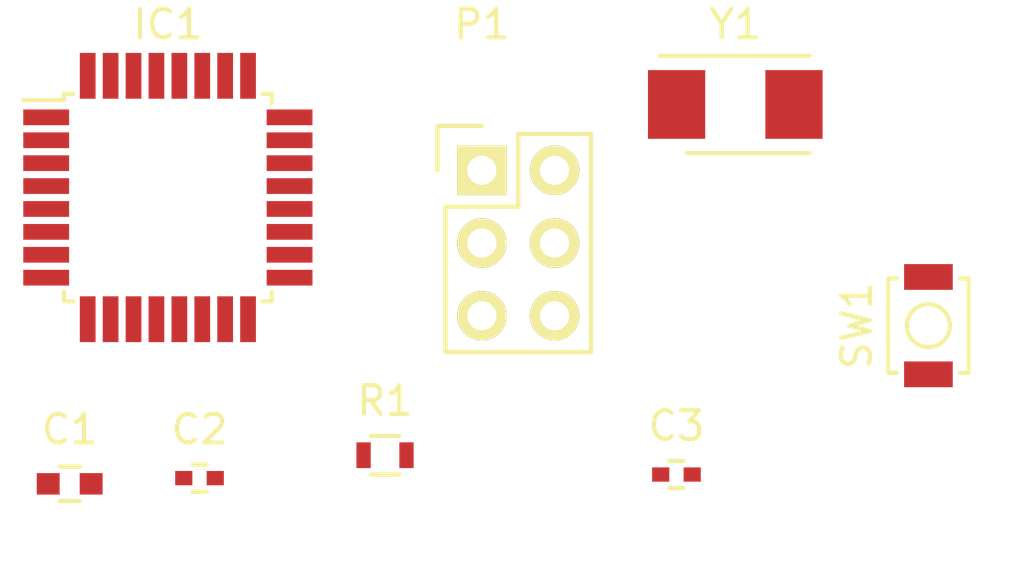
<source format=kicad_pcb>
(kicad_pcb (version 4) (host pcbnew 4.0.4-stable)

  (general
    (links 22)
    (no_connects 22)
    (area 0 0 0 0)
    (thickness 1.6)
    (drawings 0)
    (tracks 0)
    (zones 0)
    (modules 8)
    (nets 29)
  )

  (page A4)
  (layers
    (0 F.Cu signal)
    (31 B.Cu signal)
    (32 B.Adhes user)
    (33 F.Adhes user)
    (34 B.Paste user)
    (35 F.Paste user)
    (36 B.SilkS user)
    (37 F.SilkS user)
    (38 B.Mask user)
    (39 F.Mask user)
    (40 Dwgs.User user)
    (41 Cmts.User user)
    (42 Eco1.User user)
    (43 Eco2.User user)
    (44 Edge.Cuts user)
    (45 Margin user)
    (46 B.CrtYd user)
    (47 F.CrtYd user)
    (48 B.Fab user)
    (49 F.Fab user)
  )

  (setup
    (last_trace_width 0.25)
    (trace_clearance 0.2)
    (zone_clearance 0.508)
    (zone_45_only no)
    (trace_min 0.2)
    (segment_width 0.2)
    (edge_width 0.1)
    (via_size 0.6)
    (via_drill 0.4)
    (via_min_size 0.4)
    (via_min_drill 0.3)
    (uvia_size 0.3)
    (uvia_drill 0.1)
    (uvias_allowed no)
    (uvia_min_size 0.2)
    (uvia_min_drill 0.1)
    (pcb_text_width 0.3)
    (pcb_text_size 1.5 1.5)
    (mod_edge_width 0.15)
    (mod_text_size 1 1)
    (mod_text_width 0.15)
    (pad_size 1.5 1.5)
    (pad_drill 0.6)
    (pad_to_mask_clearance 0)
    (aux_axis_origin 0 0)
    (visible_elements 7FFFFFFF)
    (pcbplotparams
      (layerselection 0x00030_80000001)
      (usegerberextensions false)
      (excludeedgelayer true)
      (linewidth 0.100000)
      (plotframeref false)
      (viasonmask false)
      (mode 1)
      (useauxorigin false)
      (hpglpennumber 1)
      (hpglpenspeed 20)
      (hpglpendiameter 15)
      (hpglpenoverlay 2)
      (psnegative false)
      (psa4output false)
      (plotreference true)
      (plotvalue true)
      (plotinvisibletext false)
      (padsonsilk false)
      (subtractmaskfromsilk false)
      (outputformat 1)
      (mirror false)
      (drillshape 1)
      (scaleselection 1)
      (outputdirectory ""))
  )

  (net 0 "")
  (net 1 +5V)
  (net 2 GND)
  (net 3 /XTAL1)
  (net 4 /XTAL2)
  (net 5 "Net-(IC1-Pad1)")
  (net 6 "Net-(IC1-Pad2)")
  (net 7 "Net-(IC1-Pad9)")
  (net 8 "Net-(IC1-Pad10)")
  (net 9 "Net-(IC1-Pad11)")
  (net 10 "Net-(IC1-Pad12)")
  (net 11 "Net-(IC1-Pad13)")
  (net 12 "Net-(IC1-Pad14)")
  (net 13 /MOSI)
  (net 14 /MISO)
  (net 15 /SCK)
  (net 16 "Net-(IC1-Pad19)")
  (net 17 /AREF)
  (net 18 "Net-(IC1-Pad22)")
  (net 19 "Net-(IC1-Pad23)")
  (net 20 "Net-(IC1-Pad24)")
  (net 21 "Net-(IC1-Pad25)")
  (net 22 "Net-(IC1-Pad26)")
  (net 23 "Net-(IC1-Pad27)")
  (net 24 "Net-(IC1-Pad28)")
  (net 25 /reset)
  (net 26 "Net-(IC1-Pad30)")
  (net 27 "Net-(IC1-Pad31)")
  (net 28 "Net-(IC1-Pad32)")

  (net_class Default "This is the default net class."
    (clearance 0.2)
    (trace_width 0.25)
    (via_dia 0.6)
    (via_drill 0.4)
    (uvia_dia 0.3)
    (uvia_drill 0.1)
    (add_net +5V)
    (add_net /AREF)
    (add_net /MISO)
    (add_net /MOSI)
    (add_net /SCK)
    (add_net /XTAL1)
    (add_net /XTAL2)
    (add_net /reset)
    (add_net GND)
    (add_net "Net-(IC1-Pad1)")
    (add_net "Net-(IC1-Pad10)")
    (add_net "Net-(IC1-Pad11)")
    (add_net "Net-(IC1-Pad12)")
    (add_net "Net-(IC1-Pad13)")
    (add_net "Net-(IC1-Pad14)")
    (add_net "Net-(IC1-Pad19)")
    (add_net "Net-(IC1-Pad2)")
    (add_net "Net-(IC1-Pad22)")
    (add_net "Net-(IC1-Pad23)")
    (add_net "Net-(IC1-Pad24)")
    (add_net "Net-(IC1-Pad25)")
    (add_net "Net-(IC1-Pad26)")
    (add_net "Net-(IC1-Pad27)")
    (add_net "Net-(IC1-Pad28)")
    (add_net "Net-(IC1-Pad30)")
    (add_net "Net-(IC1-Pad31)")
    (add_net "Net-(IC1-Pad32)")
    (add_net "Net-(IC1-Pad9)")
  )

  (module Capacitors_SMD:C_0603 (layer F.Cu) (tedit 5415D631) (tstamp 580CC951)
    (at 149.209524 120.825)
    (descr "Capacitor SMD 0603, reflow soldering, AVX (see smccp.pdf)")
    (tags "capacitor 0603")
    (path /580CBA48)
    (attr smd)
    (fp_text reference C1 (at 0 -1.9) (layer F.SilkS)
      (effects (font (size 1 1) (thickness 0.15)))
    )
    (fp_text value 100nF (at 0 1.9) (layer F.Fab)
      (effects (font (size 1 1) (thickness 0.15)))
    )
    (fp_line (start -0.8 0.4) (end -0.8 -0.4) (layer F.Fab) (width 0.15))
    (fp_line (start 0.8 0.4) (end -0.8 0.4) (layer F.Fab) (width 0.15))
    (fp_line (start 0.8 -0.4) (end 0.8 0.4) (layer F.Fab) (width 0.15))
    (fp_line (start -0.8 -0.4) (end 0.8 -0.4) (layer F.Fab) (width 0.15))
    (fp_line (start -1.45 -0.75) (end 1.45 -0.75) (layer F.CrtYd) (width 0.05))
    (fp_line (start -1.45 0.75) (end 1.45 0.75) (layer F.CrtYd) (width 0.05))
    (fp_line (start -1.45 -0.75) (end -1.45 0.75) (layer F.CrtYd) (width 0.05))
    (fp_line (start 1.45 -0.75) (end 1.45 0.75) (layer F.CrtYd) (width 0.05))
    (fp_line (start -0.35 -0.6) (end 0.35 -0.6) (layer F.SilkS) (width 0.15))
    (fp_line (start 0.35 0.6) (end -0.35 0.6) (layer F.SilkS) (width 0.15))
    (pad 1 smd rect (at -0.75 0) (size 0.8 0.75) (layers F.Cu F.Paste F.Mask)
      (net 1 +5V))
    (pad 2 smd rect (at 0.75 0) (size 0.8 0.75) (layers F.Cu F.Paste F.Mask)
      (net 2 GND))
    (model Capacitors_SMD.3dshapes/C_0603.wrl
      (at (xyz 0 0 0))
      (scale (xyz 1 1 1))
      (rotate (xyz 0 0 0))
    )
  )

  (module Capacitors_SMD:C_0402 (layer F.Cu) (tedit 5415D599) (tstamp 580CC961)
    (at 153.743333 120.625)
    (descr "Capacitor SMD 0402, reflow soldering, AVX (see smccp.pdf)")
    (tags "capacitor 0402")
    (path /580D2840)
    (attr smd)
    (fp_text reference C2 (at 0 -1.7) (layer F.SilkS)
      (effects (font (size 1 1) (thickness 0.15)))
    )
    (fp_text value 10pF (at 0 1.7) (layer F.Fab)
      (effects (font (size 1 1) (thickness 0.15)))
    )
    (fp_line (start -0.5 0.25) (end -0.5 -0.25) (layer F.Fab) (width 0.15))
    (fp_line (start 0.5 0.25) (end -0.5 0.25) (layer F.Fab) (width 0.15))
    (fp_line (start 0.5 -0.25) (end 0.5 0.25) (layer F.Fab) (width 0.15))
    (fp_line (start -0.5 -0.25) (end 0.5 -0.25) (layer F.Fab) (width 0.15))
    (fp_line (start -1.15 -0.6) (end 1.15 -0.6) (layer F.CrtYd) (width 0.05))
    (fp_line (start -1.15 0.6) (end 1.15 0.6) (layer F.CrtYd) (width 0.05))
    (fp_line (start -1.15 -0.6) (end -1.15 0.6) (layer F.CrtYd) (width 0.05))
    (fp_line (start 1.15 -0.6) (end 1.15 0.6) (layer F.CrtYd) (width 0.05))
    (fp_line (start 0.25 -0.475) (end -0.25 -0.475) (layer F.SilkS) (width 0.15))
    (fp_line (start -0.25 0.475) (end 0.25 0.475) (layer F.SilkS) (width 0.15))
    (pad 1 smd rect (at -0.55 0) (size 0.6 0.5) (layers F.Cu F.Paste F.Mask)
      (net 2 GND))
    (pad 2 smd rect (at 0.55 0) (size 0.6 0.5) (layers F.Cu F.Paste F.Mask)
      (net 3 /XTAL1))
    (model Capacitors_SMD.3dshapes/C_0402.wrl
      (at (xyz 0 0 0))
      (scale (xyz 1 1 1))
      (rotate (xyz 0 0 0))
    )
  )

  (module Capacitors_SMD:C_0402 (layer F.Cu) (tedit 5415D599) (tstamp 580CC971)
    (at 170.4 120.5)
    (descr "Capacitor SMD 0402, reflow soldering, AVX (see smccp.pdf)")
    (tags "capacitor 0402")
    (path /580D2A32)
    (attr smd)
    (fp_text reference C3 (at 0 -1.7) (layer F.SilkS)
      (effects (font (size 1 1) (thickness 0.15)))
    )
    (fp_text value 10pF (at 0 1.7) (layer F.Fab)
      (effects (font (size 1 1) (thickness 0.15)))
    )
    (fp_line (start -0.5 0.25) (end -0.5 -0.25) (layer F.Fab) (width 0.15))
    (fp_line (start 0.5 0.25) (end -0.5 0.25) (layer F.Fab) (width 0.15))
    (fp_line (start 0.5 -0.25) (end 0.5 0.25) (layer F.Fab) (width 0.15))
    (fp_line (start -0.5 -0.25) (end 0.5 -0.25) (layer F.Fab) (width 0.15))
    (fp_line (start -1.15 -0.6) (end 1.15 -0.6) (layer F.CrtYd) (width 0.05))
    (fp_line (start -1.15 0.6) (end 1.15 0.6) (layer F.CrtYd) (width 0.05))
    (fp_line (start -1.15 -0.6) (end -1.15 0.6) (layer F.CrtYd) (width 0.05))
    (fp_line (start 1.15 -0.6) (end 1.15 0.6) (layer F.CrtYd) (width 0.05))
    (fp_line (start 0.25 -0.475) (end -0.25 -0.475) (layer F.SilkS) (width 0.15))
    (fp_line (start -0.25 0.475) (end 0.25 0.475) (layer F.SilkS) (width 0.15))
    (pad 1 smd rect (at -0.55 0) (size 0.6 0.5) (layers F.Cu F.Paste F.Mask)
      (net 2 GND))
    (pad 2 smd rect (at 0.55 0) (size 0.6 0.5) (layers F.Cu F.Paste F.Mask)
      (net 4 /XTAL2))
    (model Capacitors_SMD.3dshapes/C_0402.wrl
      (at (xyz 0 0 0))
      (scale (xyz 1 1 1))
      (rotate (xyz 0 0 0))
    )
  )

  (module Housings_QFP:TQFP-32_7x7mm_Pitch0.8mm (layer F.Cu) (tedit 54130A77) (tstamp 580CC9A8)
    (at 152.638095 110.825)
    (descr "32-Lead Plastic Thin Quad Flatpack (PT) - 7x7x1.0 mm Body, 2.00 mm [TQFP] (see Microchip Packaging Specification 00000049BS.pdf)")
    (tags "QFP 0.8")
    (path /580CB2BD)
    (attr smd)
    (fp_text reference IC1 (at 0 -6.05) (layer F.SilkS)
      (effects (font (size 1 1) (thickness 0.15)))
    )
    (fp_text value ATMEGA328P-A (at 0 6.05) (layer F.Fab)
      (effects (font (size 1 1) (thickness 0.15)))
    )
    (fp_text user %R (at 0 0) (layer F.Fab)
      (effects (font (size 1 1) (thickness 0.15)))
    )
    (fp_line (start -2.5 -3.5) (end 3.5 -3.5) (layer F.Fab) (width 0.15))
    (fp_line (start 3.5 -3.5) (end 3.5 3.5) (layer F.Fab) (width 0.15))
    (fp_line (start 3.5 3.5) (end -3.5 3.5) (layer F.Fab) (width 0.15))
    (fp_line (start -3.5 3.5) (end -3.5 -2.5) (layer F.Fab) (width 0.15))
    (fp_line (start -3.5 -2.5) (end -2.5 -3.5) (layer F.Fab) (width 0.15))
    (fp_line (start -5.3 -5.3) (end -5.3 5.3) (layer F.CrtYd) (width 0.05))
    (fp_line (start 5.3 -5.3) (end 5.3 5.3) (layer F.CrtYd) (width 0.05))
    (fp_line (start -5.3 -5.3) (end 5.3 -5.3) (layer F.CrtYd) (width 0.05))
    (fp_line (start -5.3 5.3) (end 5.3 5.3) (layer F.CrtYd) (width 0.05))
    (fp_line (start -3.625 -3.625) (end -3.625 -3.4) (layer F.SilkS) (width 0.15))
    (fp_line (start 3.625 -3.625) (end 3.625 -3.3) (layer F.SilkS) (width 0.15))
    (fp_line (start 3.625 3.625) (end 3.625 3.3) (layer F.SilkS) (width 0.15))
    (fp_line (start -3.625 3.625) (end -3.625 3.3) (layer F.SilkS) (width 0.15))
    (fp_line (start -3.625 -3.625) (end -3.3 -3.625) (layer F.SilkS) (width 0.15))
    (fp_line (start -3.625 3.625) (end -3.3 3.625) (layer F.SilkS) (width 0.15))
    (fp_line (start 3.625 3.625) (end 3.3 3.625) (layer F.SilkS) (width 0.15))
    (fp_line (start 3.625 -3.625) (end 3.3 -3.625) (layer F.SilkS) (width 0.15))
    (fp_line (start -3.625 -3.4) (end -5.05 -3.4) (layer F.SilkS) (width 0.15))
    (pad 1 smd rect (at -4.25 -2.8) (size 1.6 0.55) (layers F.Cu F.Paste F.Mask)
      (net 5 "Net-(IC1-Pad1)"))
    (pad 2 smd rect (at -4.25 -2) (size 1.6 0.55) (layers F.Cu F.Paste F.Mask)
      (net 6 "Net-(IC1-Pad2)"))
    (pad 3 smd rect (at -4.25 -1.2) (size 1.6 0.55) (layers F.Cu F.Paste F.Mask)
      (net 2 GND))
    (pad 4 smd rect (at -4.25 -0.4) (size 1.6 0.55) (layers F.Cu F.Paste F.Mask)
      (net 1 +5V))
    (pad 5 smd rect (at -4.25 0.4) (size 1.6 0.55) (layers F.Cu F.Paste F.Mask)
      (net 2 GND))
    (pad 6 smd rect (at -4.25 1.2) (size 1.6 0.55) (layers F.Cu F.Paste F.Mask)
      (net 1 +5V))
    (pad 7 smd rect (at -4.25 2) (size 1.6 0.55) (layers F.Cu F.Paste F.Mask)
      (net 3 /XTAL1))
    (pad 8 smd rect (at -4.25 2.8) (size 1.6 0.55) (layers F.Cu F.Paste F.Mask)
      (net 4 /XTAL2))
    (pad 9 smd rect (at -2.8 4.25 90) (size 1.6 0.55) (layers F.Cu F.Paste F.Mask)
      (net 7 "Net-(IC1-Pad9)"))
    (pad 10 smd rect (at -2 4.25 90) (size 1.6 0.55) (layers F.Cu F.Paste F.Mask)
      (net 8 "Net-(IC1-Pad10)"))
    (pad 11 smd rect (at -1.2 4.25 90) (size 1.6 0.55) (layers F.Cu F.Paste F.Mask)
      (net 9 "Net-(IC1-Pad11)"))
    (pad 12 smd rect (at -0.4 4.25 90) (size 1.6 0.55) (layers F.Cu F.Paste F.Mask)
      (net 10 "Net-(IC1-Pad12)"))
    (pad 13 smd rect (at 0.4 4.25 90) (size 1.6 0.55) (layers F.Cu F.Paste F.Mask)
      (net 11 "Net-(IC1-Pad13)"))
    (pad 14 smd rect (at 1.2 4.25 90) (size 1.6 0.55) (layers F.Cu F.Paste F.Mask)
      (net 12 "Net-(IC1-Pad14)"))
    (pad 15 smd rect (at 2 4.25 90) (size 1.6 0.55) (layers F.Cu F.Paste F.Mask)
      (net 13 /MOSI))
    (pad 16 smd rect (at 2.8 4.25 90) (size 1.6 0.55) (layers F.Cu F.Paste F.Mask)
      (net 14 /MISO))
    (pad 17 smd rect (at 4.25 2.8) (size 1.6 0.55) (layers F.Cu F.Paste F.Mask)
      (net 15 /SCK))
    (pad 18 smd rect (at 4.25 2) (size 1.6 0.55) (layers F.Cu F.Paste F.Mask)
      (net 1 +5V))
    (pad 19 smd rect (at 4.25 1.2) (size 1.6 0.55) (layers F.Cu F.Paste F.Mask)
      (net 16 "Net-(IC1-Pad19)"))
    (pad 20 smd rect (at 4.25 0.4) (size 1.6 0.55) (layers F.Cu F.Paste F.Mask)
      (net 17 /AREF))
    (pad 21 smd rect (at 4.25 -0.4) (size 1.6 0.55) (layers F.Cu F.Paste F.Mask)
      (net 2 GND))
    (pad 22 smd rect (at 4.25 -1.2) (size 1.6 0.55) (layers F.Cu F.Paste F.Mask)
      (net 18 "Net-(IC1-Pad22)"))
    (pad 23 smd rect (at 4.25 -2) (size 1.6 0.55) (layers F.Cu F.Paste F.Mask)
      (net 19 "Net-(IC1-Pad23)"))
    (pad 24 smd rect (at 4.25 -2.8) (size 1.6 0.55) (layers F.Cu F.Paste F.Mask)
      (net 20 "Net-(IC1-Pad24)"))
    (pad 25 smd rect (at 2.8 -4.25 90) (size 1.6 0.55) (layers F.Cu F.Paste F.Mask)
      (net 21 "Net-(IC1-Pad25)"))
    (pad 26 smd rect (at 2 -4.25 90) (size 1.6 0.55) (layers F.Cu F.Paste F.Mask)
      (net 22 "Net-(IC1-Pad26)"))
    (pad 27 smd rect (at 1.2 -4.25 90) (size 1.6 0.55) (layers F.Cu F.Paste F.Mask)
      (net 23 "Net-(IC1-Pad27)"))
    (pad 28 smd rect (at 0.4 -4.25 90) (size 1.6 0.55) (layers F.Cu F.Paste F.Mask)
      (net 24 "Net-(IC1-Pad28)"))
    (pad 29 smd rect (at -0.4 -4.25 90) (size 1.6 0.55) (layers F.Cu F.Paste F.Mask)
      (net 25 /reset))
    (pad 30 smd rect (at -1.2 -4.25 90) (size 1.6 0.55) (layers F.Cu F.Paste F.Mask)
      (net 26 "Net-(IC1-Pad30)"))
    (pad 31 smd rect (at -2 -4.25 90) (size 1.6 0.55) (layers F.Cu F.Paste F.Mask)
      (net 27 "Net-(IC1-Pad31)"))
    (pad 32 smd rect (at -2.8 -4.25 90) (size 1.6 0.55) (layers F.Cu F.Paste F.Mask)
      (net 28 "Net-(IC1-Pad32)"))
    (model Housings_QFP.3dshapes/TQFP-32_7x7mm_Pitch0.8mm.wrl
      (at (xyz 0 0 0))
      (scale (xyz 1 1 1))
      (rotate (xyz 0 0 0))
    )
  )

  (module Pin_Headers:Pin_Header_Straight_2x03 (layer F.Cu) (tedit 54EA0A4B) (tstamp 580CC9BF)
    (at 163.603333 109.875)
    (descr "Through hole pin header")
    (tags "pin header")
    (path /580CBD12)
    (fp_text reference P1 (at 0 -5.1) (layer F.SilkS)
      (effects (font (size 1 1) (thickness 0.15)))
    )
    (fp_text value CONN_02X03 (at 0 -3.1) (layer F.Fab)
      (effects (font (size 1 1) (thickness 0.15)))
    )
    (fp_line (start -1.27 1.27) (end -1.27 6.35) (layer F.SilkS) (width 0.15))
    (fp_line (start -1.55 -1.55) (end 0 -1.55) (layer F.SilkS) (width 0.15))
    (fp_line (start -1.75 -1.75) (end -1.75 6.85) (layer F.CrtYd) (width 0.05))
    (fp_line (start 4.3 -1.75) (end 4.3 6.85) (layer F.CrtYd) (width 0.05))
    (fp_line (start -1.75 -1.75) (end 4.3 -1.75) (layer F.CrtYd) (width 0.05))
    (fp_line (start -1.75 6.85) (end 4.3 6.85) (layer F.CrtYd) (width 0.05))
    (fp_line (start 1.27 -1.27) (end 1.27 1.27) (layer F.SilkS) (width 0.15))
    (fp_line (start 1.27 1.27) (end -1.27 1.27) (layer F.SilkS) (width 0.15))
    (fp_line (start -1.27 6.35) (end 3.81 6.35) (layer F.SilkS) (width 0.15))
    (fp_line (start 3.81 6.35) (end 3.81 1.27) (layer F.SilkS) (width 0.15))
    (fp_line (start -1.55 -1.55) (end -1.55 0) (layer F.SilkS) (width 0.15))
    (fp_line (start 3.81 -1.27) (end 1.27 -1.27) (layer F.SilkS) (width 0.15))
    (fp_line (start 3.81 1.27) (end 3.81 -1.27) (layer F.SilkS) (width 0.15))
    (pad 1 thru_hole rect (at 0 0) (size 1.7272 1.7272) (drill 1.016) (layers *.Cu *.Mask F.SilkS)
      (net 14 /MISO))
    (pad 2 thru_hole oval (at 2.54 0) (size 1.7272 1.7272) (drill 1.016) (layers *.Cu *.Mask F.SilkS)
      (net 1 +5V))
    (pad 3 thru_hole oval (at 0 2.54) (size 1.7272 1.7272) (drill 1.016) (layers *.Cu *.Mask F.SilkS)
      (net 15 /SCK))
    (pad 4 thru_hole oval (at 2.54 2.54) (size 1.7272 1.7272) (drill 1.016) (layers *.Cu *.Mask F.SilkS)
      (net 13 /MOSI))
    (pad 5 thru_hole oval (at 0 5.08) (size 1.7272 1.7272) (drill 1.016) (layers *.Cu *.Mask F.SilkS)
      (net 25 /reset))
    (pad 6 thru_hole oval (at 2.54 5.08) (size 1.7272 1.7272) (drill 1.016) (layers *.Cu *.Mask F.SilkS)
      (net 2 GND))
    (model Pin_Headers.3dshapes/Pin_Header_Straight_2x03.wrl
      (at (xyz 0.05 -0.1 0))
      (scale (xyz 1 1 1))
      (rotate (xyz 0 0 90))
    )
  )

  (module Resistors_SMD:R_0603 (layer F.Cu) (tedit 5415CC62) (tstamp 580CC9CB)
    (at 160.222381 119.825)
    (descr "Resistor SMD 0603, reflow soldering, Vishay (see dcrcw.pdf)")
    (tags "resistor 0603")
    (path /580CB645)
    (attr smd)
    (fp_text reference R1 (at 0 -1.9) (layer F.SilkS)
      (effects (font (size 1 1) (thickness 0.15)))
    )
    (fp_text value 10K (at 0 1.9) (layer F.Fab)
      (effects (font (size 1 1) (thickness 0.15)))
    )
    (fp_line (start -1.3 -0.8) (end 1.3 -0.8) (layer F.CrtYd) (width 0.05))
    (fp_line (start -1.3 0.8) (end 1.3 0.8) (layer F.CrtYd) (width 0.05))
    (fp_line (start -1.3 -0.8) (end -1.3 0.8) (layer F.CrtYd) (width 0.05))
    (fp_line (start 1.3 -0.8) (end 1.3 0.8) (layer F.CrtYd) (width 0.05))
    (fp_line (start 0.5 0.675) (end -0.5 0.675) (layer F.SilkS) (width 0.15))
    (fp_line (start -0.5 -0.675) (end 0.5 -0.675) (layer F.SilkS) (width 0.15))
    (pad 1 smd rect (at -0.75 0) (size 0.5 0.9) (layers F.Cu F.Paste F.Mask)
      (net 1 +5V))
    (pad 2 smd rect (at 0.75 0) (size 0.5 0.9) (layers F.Cu F.Paste F.Mask)
      (net 25 /reset))
    (model Resistors_SMD.3dshapes/R_0603.wrl
      (at (xyz 0 0 0))
      (scale (xyz 1 1 1))
      (rotate (xyz 0 0 0))
    )
  )

  (module Buttons_Switches_SMD:SW_SPST_B3U-1000P (layer F.Cu) (tedit 56EAB432) (tstamp 580CC9E0)
    (at 179.2 115.3 90)
    (descr "Ultra-small-sized Tactile Switch with High Contact Reliability, Top-actuated Model, without Ground Terminal, without Boss")
    (tags "Tactile Switch")
    (path /580CB6CE)
    (attr smd)
    (fp_text reference SW1 (at 0 -2.5 90) (layer F.SilkS)
      (effects (font (size 1 1) (thickness 0.15)))
    )
    (fp_text value SW_PUSH (at 0 2.5 90) (layer F.Fab)
      (effects (font (size 1 1) (thickness 0.15)))
    )
    (fp_line (start -2.4 1.65) (end 2.4 1.65) (layer F.CrtYd) (width 0.05))
    (fp_line (start 2.4 1.65) (end 2.4 -1.65) (layer F.CrtYd) (width 0.05))
    (fp_line (start 2.4 -1.65) (end -2.4 -1.65) (layer F.CrtYd) (width 0.05))
    (fp_line (start -2.4 -1.65) (end -2.4 1.65) (layer F.CrtYd) (width 0.05))
    (fp_circle (center 0 0) (end 0.75 0) (layer F.SilkS) (width 0.15))
    (fp_line (start -1.65 1.1) (end -1.65 1.4) (layer F.SilkS) (width 0.15))
    (fp_line (start -1.65 1.4) (end 1.65 1.4) (layer F.SilkS) (width 0.15))
    (fp_line (start 1.65 1.4) (end 1.65 1.1) (layer F.SilkS) (width 0.15))
    (fp_line (start -1.65 -1.1) (end -1.65 -1.4) (layer F.SilkS) (width 0.15))
    (fp_line (start -1.65 -1.4) (end 1.65 -1.4) (layer F.SilkS) (width 0.15))
    (fp_line (start 1.65 -1.4) (end 1.65 -1.1) (layer F.SilkS) (width 0.15))
    (fp_line (start -1.5 -1.25) (end 1.5 -1.25) (layer F.Fab) (width 0.15))
    (fp_line (start 1.5 -1.25) (end 1.5 1.25) (layer F.Fab) (width 0.15))
    (fp_line (start 1.5 1.25) (end -1.5 1.25) (layer F.Fab) (width 0.15))
    (fp_line (start -1.5 1.25) (end -1.5 -1.25) (layer F.Fab) (width 0.15))
    (pad 1 smd rect (at -1.7 0 90) (size 0.9 1.7) (layers F.Cu F.Paste F.Mask)
      (net 2 GND))
    (pad 2 smd rect (at 1.7 0 90) (size 0.9 1.7) (layers F.Cu F.Paste F.Mask)
      (net 25 /reset))
  )

  (module Crystals:Crystal_SMD_5032_2Pads (layer F.Cu) (tedit 56D4CA47) (tstamp 580CC9EC)
    (at 172.455001 107.575)
    (descr "Ceramic SMD crystal, 5.0x3.2mm, 2 Pads")
    (tags "crystal oscillator quartz SMD SMT 5032")
    (path /580D2534)
    (attr smd)
    (fp_text reference Y1 (at 0 -2.8) (layer F.SilkS)
      (effects (font (size 1 1) (thickness 0.15)))
    )
    (fp_text value 16MHz (at 0 2.9) (layer F.Fab)
      (effects (font (size 1 1) (thickness 0.15)))
    )
    (fp_line (start 3.6 2.2) (end 3.6 -2.2) (layer F.CrtYd) (width 0.05))
    (fp_line (start -3.6 2.2) (end 3.6 2.2) (layer F.CrtYd) (width 0.05))
    (fp_line (start -3.6 -2.2) (end -3.6 2.2) (layer F.CrtYd) (width 0.05))
    (fp_line (start 3.6 -2.2) (end -3.6 -2.2) (layer F.CrtYd) (width 0.05))
    (fp_line (start 2.6 1.7) (end -1.7 1.7) (layer F.SilkS) (width 0.15))
    (fp_line (start -2.65 -1.7) (end 2.6 -1.7) (layer F.SilkS) (width 0.15))
    (pad 1 smd rect (at -2.05 0) (size 2 2.4) (layers F.Cu F.Paste F.Mask)
      (net 4 /XTAL2))
    (pad 2 smd rect (at 2.05 0) (size 2 2.4) (layers F.Cu F.Paste F.Mask)
      (net 3 /XTAL1))
    (model Crystals.3dshapes/Crystal_SMD_5032_2Pads.wrl
      (at (xyz 0 0 0))
      (scale (xyz 0.3937 0.3937 0.3937))
      (rotate (xyz 0 0 0))
    )
  )

)

</source>
